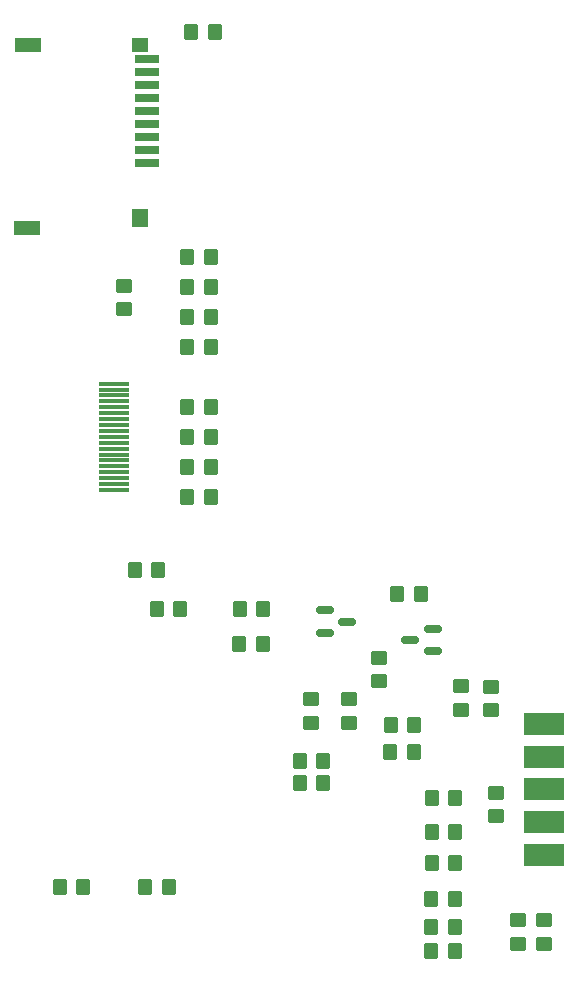
<source format=gtp>
G04 #@! TF.GenerationSoftware,KiCad,Pcbnew,6.0.11-2627ca5db0~126~ubuntu20.04.1*
G04 #@! TF.CreationDate,2023-09-26T13:38:11+05:00*
G04 #@! TF.ProjectId,33NJU23,33334e4a-5532-4332-9e6b-696361645f70,rev?*
G04 #@! TF.SameCoordinates,Original*
G04 #@! TF.FileFunction,Paste,Top*
G04 #@! TF.FilePolarity,Positive*
%FSLAX46Y46*%
G04 Gerber Fmt 4.6, Leading zero omitted, Abs format (unit mm)*
G04 Created by KiCad (PCBNEW 6.0.11-2627ca5db0~126~ubuntu20.04.1) date 2023-09-26 13:38:11*
%MOMM*%
%LPD*%
G01*
G04 APERTURE LIST*
G04 Aperture macros list*
%AMRoundRect*
0 Rectangle with rounded corners*
0 $1 Rounding radius*
0 $2 $3 $4 $5 $6 $7 $8 $9 X,Y pos of 4 corners*
0 Add a 4 corners polygon primitive as box body*
4,1,4,$2,$3,$4,$5,$6,$7,$8,$9,$2,$3,0*
0 Add four circle primitives for the rounded corners*
1,1,$1+$1,$2,$3*
1,1,$1+$1,$4,$5*
1,1,$1+$1,$6,$7*
1,1,$1+$1,$8,$9*
0 Add four rect primitives between the rounded corners*
20,1,$1+$1,$2,$3,$4,$5,0*
20,1,$1+$1,$4,$5,$6,$7,0*
20,1,$1+$1,$6,$7,$8,$9,0*
20,1,$1+$1,$8,$9,$2,$3,0*%
G04 Aperture macros list end*
%ADD10RoundRect,0.250000X0.350000X0.450000X-0.350000X0.450000X-0.350000X-0.450000X0.350000X-0.450000X0*%
%ADD11R,2.000000X0.700000*%
%ADD12R,1.400000X1.600000*%
%ADD13R,1.400000X1.200000*%
%ADD14R,2.200000X1.200000*%
%ADD15RoundRect,0.250000X-0.350000X-0.450000X0.350000X-0.450000X0.350000X0.450000X-0.350000X0.450000X0*%
%ADD16R,2.600000X0.300000*%
%ADD17RoundRect,0.250000X0.450000X-0.350000X0.450000X0.350000X-0.450000X0.350000X-0.450000X-0.350000X0*%
%ADD18RoundRect,0.150000X0.587500X0.150000X-0.587500X0.150000X-0.587500X-0.150000X0.587500X-0.150000X0*%
%ADD19RoundRect,0.150000X-0.587500X-0.150000X0.587500X-0.150000X0.587500X0.150000X-0.587500X0.150000X0*%
%ADD20RoundRect,0.250000X-0.450000X0.350000X-0.450000X-0.350000X0.450000X-0.350000X0.450000X0.350000X0*%
%ADD21R,3.480000X1.846667*%
G04 APERTURE END LIST*
D10*
X58150000Y-95351600D03*
X56150000Y-95351600D03*
D11*
X43245000Y-44795000D03*
X43245000Y-43695000D03*
X43245000Y-42595000D03*
X43245000Y-41495000D03*
X43245000Y-40395000D03*
D12*
X42645000Y-49395000D03*
D11*
X43245000Y-39295000D03*
D13*
X42645000Y-34795000D03*
D14*
X33145000Y-34795000D03*
X33045000Y-50295000D03*
D11*
X43245000Y-38195000D03*
X43245000Y-37095000D03*
X43245000Y-35995000D03*
D15*
X46625000Y-67945000D03*
X48625000Y-67945000D03*
X46625000Y-70485000D03*
X48625000Y-70485000D03*
X46625000Y-55245000D03*
X48625000Y-55245000D03*
D10*
X46059675Y-82550000D03*
X44059675Y-82550000D03*
D15*
X42175031Y-79258622D03*
X44175031Y-79258622D03*
X51070000Y-82550000D03*
X53070000Y-82550000D03*
X64405000Y-81280000D03*
X66405000Y-81280000D03*
X63813724Y-94591650D03*
X65813724Y-94591650D03*
X67326000Y-104013000D03*
X69326000Y-104013000D03*
X67317000Y-98497000D03*
X69317000Y-98497000D03*
D10*
X45085000Y-106045000D03*
X43085000Y-106045000D03*
D16*
X40455000Y-72445000D03*
X40455000Y-71945000D03*
X40455000Y-71445000D03*
X40455000Y-70945000D03*
X40455000Y-70445000D03*
X40455000Y-69945000D03*
X40455000Y-69445000D03*
X40455000Y-68945000D03*
X40455000Y-68445000D03*
X40455000Y-67945000D03*
X40455000Y-67445000D03*
X40455000Y-66945000D03*
X40455000Y-66445000D03*
X40455000Y-65945000D03*
X40455000Y-65445000D03*
X40455000Y-64945000D03*
X40455000Y-64445000D03*
X40455000Y-63945000D03*
X40455000Y-63445000D03*
D15*
X63843288Y-92344802D03*
X65843288Y-92344802D03*
X46625000Y-52705000D03*
X48625000Y-52705000D03*
X51050000Y-85524500D03*
X53050000Y-85524500D03*
D17*
X62865000Y-88630000D03*
X62865000Y-86630000D03*
D10*
X48990000Y-33655000D03*
X46990000Y-33655000D03*
D18*
X67406881Y-86115527D03*
X67406881Y-84215527D03*
X65531881Y-85165527D03*
D10*
X69310000Y-109474000D03*
X67310000Y-109474000D03*
X69307000Y-107067000D03*
X67307000Y-107067000D03*
D15*
X56150000Y-97282000D03*
X58150000Y-97282000D03*
D17*
X69850000Y-91043000D03*
X69850000Y-89043000D03*
D19*
X58300352Y-82649390D03*
X58300352Y-84549390D03*
X60175352Y-83599390D03*
D20*
X72771000Y-98060000D03*
X72771000Y-100060000D03*
D15*
X46625000Y-60325000D03*
X48625000Y-60325000D03*
X35830000Y-106045000D03*
X37830000Y-106045000D03*
D10*
X69310000Y-111506000D03*
X67310000Y-111506000D03*
D20*
X60293101Y-90149032D03*
X60293101Y-92149032D03*
X74676000Y-108855000D03*
X74676000Y-110855000D03*
D17*
X41275000Y-57145923D03*
X41275000Y-55145923D03*
D21*
X76839500Y-103330000D03*
X76839500Y-100560000D03*
X76839500Y-97790000D03*
X76839500Y-95020000D03*
X76839500Y-92250000D03*
D20*
X76835000Y-108855000D03*
X76835000Y-110855000D03*
X57150000Y-90170000D03*
X57150000Y-92170000D03*
D15*
X46625000Y-57785000D03*
X48625000Y-57785000D03*
X67317000Y-101387000D03*
X69317000Y-101387000D03*
X46625000Y-65405000D03*
X48625000Y-65405000D03*
D20*
X72390000Y-89112553D03*
X72390000Y-91112553D03*
D15*
X46625000Y-73025000D03*
X48625000Y-73025000D03*
M02*

</source>
